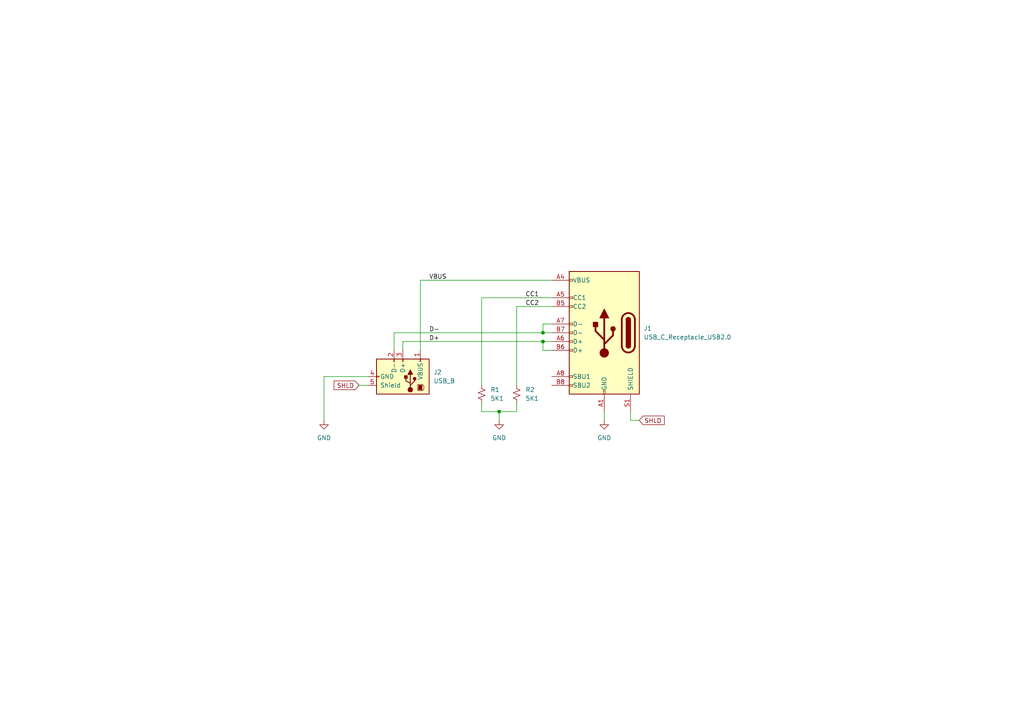
<source format=kicad_sch>
(kicad_sch (version 20211123) (generator eeschema)
  (paper "A4")
  (lib_symbols
    (symbol "Connector:USB_B" (pin_names (offset 1.016))
      (property "Reference" "J" (at -5.08 11.43 0))
      (property "Value" "USB_B" (at -5.08 8.89 0))
      (symbol "USB_B_0_1"
        (rectangle (start -5.08 -7.62) (end 5.08 7.62) (stroke (width 0.254)) (fill (type background)))
        (circle (center -3.81 2.159) (radius 0.635) (stroke (width 0.254)) (fill (type outline)))
        (rectangle (start -3.81 5.588) (end -2.54 4.572) (fill (type outline)))
        (circle (center -0.635 3.429) (radius 0.381) (stroke (width 0.254)) (fill (type outline)))
        (rectangle (start -0.127 -7.62) (end 0.127 -6.858))
        (polyline (pts (xy -1.905 2.159) (xy 0.635 2.159)) (stroke (width 0.254)))
        (polyline (pts (xy -3.175 2.159) (xy -2.54 2.159) (xy -1.27 3.429) (xy -0.635 3.429)) (stroke (width 0.254)))
        (polyline (pts (xy -2.54 2.159) (xy -1.905 2.159) (xy -1.27 0.889) (xy 0 0.889)) (stroke (width 0.254)))
        (polyline (pts (xy 0.635 2.794) (xy 0.635 1.524) (xy 1.905 2.159) (xy 0.635 2.794)) (stroke (width 0.254)) (fill (type outline)))
        (polyline (pts (xy -4.064 4.318) (xy -2.286 4.318) (xy -2.286 5.715) (xy -2.667 6.096) (xy -3.683 6.096) (xy -4.064 5.715) (xy -4.064 4.318)))
        (rectangle (start 0.254 1.27) (end -0.508 0.508) (stroke (width 0.254)) (fill (type outline)))
        (rectangle (start 5.08 -2.667) (end 4.318 -2.413))
        (rectangle (start 5.08 -0.127) (end 4.318 0.127))
        (rectangle (start 5.08 4.953) (end 4.318 5.207))
      )
      (symbol "USB_B_1_1"
        (pin power_out line (at 7.62 5.08 180) (length 2.54) (name "VBUS") (number "1"))
        (pin bidirectional line (at 7.62 -2.54 180) (length 2.54) (name "D-") (number "2"))
        (pin bidirectional line (at 7.62 0 180) (length 2.54) (name "D+") (number "3"))
        (pin power_out line (at 0 -10.16 90) (length 2.54) (name "GND") (number "4"))
        (pin passive line (at -2.54 -10.16 90) (length 2.54) (name "Shield") (number "5"))
      )
    )
    (symbol "Connector:USB_C_Receptacle_USB2.0" (pin_names (offset 1.016))
      (property "Reference" "J" (at -10.16 19.05 0))
      (property "Value" "USB_C_Receptacle_USB2.0" (at 19.05 19.05 0))
      (symbol "USB_C_Receptacle_USB2.0_0_0"
        (rectangle (start -0.254 -17.78) (end 0.254 -16.764))
        (rectangle (start 10.16 -14.986) (end 9.144 -15.494))
        (rectangle (start 10.16 -12.446) (end 9.144 -12.954))
        (rectangle (start 10.16 -4.826) (end 9.144 -5.334))
        (rectangle (start 10.16 -2.286) (end 9.144 -2.794))
        (rectangle (start 10.16 0.254) (end 9.144 -0.254))
        (rectangle (start 10.16 2.794) (end 9.144 2.286))
        (rectangle (start 10.16 7.874) (end 9.144 7.366))
        (rectangle (start 10.16 10.414) (end 9.144 9.906))
        (rectangle (start 10.16 15.494) (end 9.144 14.986))
      )
      (symbol "USB_C_Receptacle_USB2.0_0_1"
        (rectangle (start -10.16 17.78) (end 10.16 -17.78) (stroke (width 0.254)) (fill (type background)))
        (arc (start -8.89 -3.81) (mid -6.985 -5.715) (end -5.08 -3.81) (stroke (width 0.508)))
        (arc (start -7.62 -3.81) (mid -6.985 -4.445) (end -6.35 -3.81) (stroke (width 0.254)))
        (arc (start -7.62 -3.81) (mid -6.985 -4.445) (end -6.35 -3.81) (stroke (width 0.254)) (fill (type outline)))
        (rectangle (start -7.62 -3.81) (end -6.35 3.81) (stroke (width 0.254)) (fill (type outline)))
        (arc (start -6.35 3.81) (mid -6.985 4.445) (end -7.62 3.81) (stroke (width 0.254)))
        (arc (start -6.35 3.81) (mid -6.985 4.445) (end -7.62 3.81) (stroke (width 0.254)) (fill (type outline)))
        (arc (start -5.08 3.81) (mid -6.985 5.715) (end -8.89 3.81) (stroke (width 0.508)))
        (circle (center -2.54 1.143) (radius 0.635) (stroke (width 0.254)) (fill (type outline)))
        (circle (center 0 -5.842) (radius 1.27) (fill (type outline)))
        (polyline (pts (xy -8.89 -3.81) (xy -8.89 3.81)) (stroke (width 0.508)))
        (polyline (pts (xy -5.08 3.81) (xy -5.08 -3.81)) (stroke (width 0.508)))
        (polyline (pts (xy 0 -5.842) (xy 0 4.318)) (stroke (width 0.508)))
        (polyline (pts (xy 0 -3.302) (xy -2.54 -0.762) (xy -2.54 0.508)) (stroke (width 0.508)))
        (polyline (pts (xy 0 -2.032) (xy 2.54 0.508) (xy 2.54 1.778)) (stroke (width 0.508)))
        (polyline (pts (xy -1.27 4.318) (xy 0 6.858) (xy 1.27 4.318) (xy -1.27 4.318)) (stroke (width 0.254)) (fill (type outline)))
        (rectangle (start 1.905 1.778) (end 3.175 3.048) (stroke (width 0.254)) (fill (type outline)))
      )
      (symbol "USB_C_Receptacle_USB2.0_1_1"
        (pin passive line (at 0 -22.86 90) (length 5.08) (name "GND") (number "A1"))
        (pin passive line (at 0 -22.86 90) (length 5.08) hide (name "GND") (number "A12"))
        (pin passive line (at 15.24 15.24 180) (length 5.08) (name "VBUS") (number "A4"))
        (pin bidirectional line (at 15.24 10.16 180) (length 5.08) (name "CC1") (number "A5"))
        (pin bidirectional line (at 15.24 -2.54 180) (length 5.08) (name "D+") (number "A6"))
        (pin bidirectional line (at 15.24 2.54 180) (length 5.08) (name "D-") (number "A7"))
        (pin bidirectional line (at 15.24 -12.7 180) (length 5.08) (name "SBU1") (number "A8"))
        (pin passive line (at 15.24 15.24 180) (length 5.08) hide (name "VBUS") (number "A9"))
        (pin passive line (at 0 -22.86 90) (length 5.08) hide (name "GND") (number "B1"))
        (pin passive line (at 0 -22.86 90) (length 5.08) hide (name "GND") (number "B12"))
        (pin passive line (at 15.24 15.24 180) (length 5.08) hide (name "VBUS") (number "B4"))
        (pin bidirectional line (at 15.24 7.62 180) (length 5.08) (name "CC2") (number "B5"))
        (pin bidirectional line (at 15.24 -5.08 180) (length 5.08) (name "D+") (number "B6"))
        (pin bidirectional line (at 15.24 0 180) (length 5.08) (name "D-") (number "B7"))
        (pin bidirectional line (at 15.24 -15.24 180) (length 5.08) (name "SBU2") (number "B8"))
        (pin passive line (at 15.24 15.24 180) (length 5.08) hide (name "VBUS") (number "B9"))
        (pin passive line (at -7.62 -22.86 90) (length 5.08) (name "SHIELD") (number "S1"))
      )
    )
    (symbol "Device:R_Small_US" (pin_numbers hide) (pin_names (offset 0.254) hide)
      (property "Reference" "R" (at 0.762 0.508 0))
      (property "Value" "R_Small_US" (at 0.762 -1.016 0))
      (symbol "R_Small_US_1_1"
        (polyline (pts (xy 0 0) (xy 1.016 -0.381) (xy 0 -0.762) (xy -1.016 -1.143) (xy 0 -1.524)))
        (polyline (pts (xy 0 1.524) (xy 1.016 1.143) (xy 0 0.762) (xy -1.016 0.381) (xy 0 0)))
        (pin passive line (at 0 2.54 270) (length 1.016) (name "~") (number "1"))
        (pin passive line (at 0 -2.54 90) (length 1.016) (name "~") (number "2"))
      )
    )
    (symbol "power:GND" (power) (pin_names (offset 0))
      (property "Value" "GND" (at 0 -3.81 0))
      (symbol "GND_0_1"
        (polyline (pts (xy 0 0) (xy 0 -1.27) (xy 1.27 -1.27) (xy 0 -2.54) (xy -1.27 -1.27) (xy 0 -1.27)))
      )
      (symbol "GND_1_1"
        (pin power_in line (at 0 0 270) (length 0) hide (name "GND") (number "1"))
      )
    )
  )
  (junction (at 144.78 119.38))
  (junction (at 157.48 99.06))
  (junction (at 157.48 96.52))
  (wire (pts (xy 175.26 119.38) (xy 175.26 121.92)))
  (wire (pts (xy 106.68 109.22) (xy 93.98 109.22)))
  (wire (pts (xy 144.78 119.38) (xy 139.7 119.38)))
  (wire (pts (xy 157.48 99.06) (xy 160.02 99.06)))
  (wire (pts (xy 157.48 96.52) (xy 160.02 96.52)))
  (wire (pts (xy 160.02 93.98) (xy 157.48 93.98)))
  (wire (pts (xy 182.88 119.38) (xy 182.88 121.92)))
  (wire (pts (xy 139.7 86.36) (xy 160.02 86.36)))
  (wire (pts (xy 114.3 101.6) (xy 114.3 96.52)))
  (wire (pts (xy 149.86 116.84) (xy 149.86 119.38)))
  (wire (pts (xy 144.78 121.92) (xy 144.78 119.38)))
  (wire (pts (xy 182.88 121.92) (xy 185.42 121.92)))
  (wire (pts (xy 149.86 119.38) (xy 144.78 119.38)))
  (wire (pts (xy 121.92 81.28) (xy 160.02 81.28)))
  (wire (pts (xy 160.02 101.6) (xy 157.48 101.6)))
  (wire (pts (xy 157.48 93.98) (xy 157.48 96.52)))
  (wire (pts (xy 104.14 111.76) (xy 106.68 111.76)))
  (wire (pts (xy 149.86 88.9) (xy 149.86 111.76)))
  (wire (pts (xy 157.48 101.6) (xy 157.48 99.06)))
  (wire (pts (xy 139.7 116.84) (xy 139.7 119.38)))
  (wire (pts (xy 160.02 88.9) (xy 149.86 88.9)))
  (wire (pts (xy 116.84 101.6) (xy 116.84 99.06)))
  (wire (pts (xy 93.98 109.22) (xy 93.98 121.92)))
  (wire (pts (xy 114.3 96.52) (xy 157.48 96.52)))
  (wire (pts (xy 139.7 111.76) (xy 139.7 86.36)))
  (wire (pts (xy 121.92 81.28) (xy 121.92 101.6)))
  (wire (pts (xy 116.84 99.06) (xy 157.48 99.06)))
  (label "CC1" (at 152.4 86.36 0))
  (label "D-" (at 124.46 96.52 0))
  (label "VBUS" (at 124.46 81.28 0))
  (label "D+" (at 124.46 99.06 0))
  (label "CC2" (at 152.4 88.9 0))
  (global_label "SHLD" (shape input) (at 185.42 121.92 0) (property "Intersheet References" "${INTERSHEET_REFS}" (effects hide)))
  (global_label "SHLD" (shape input) (at 104.14 111.76 180) (property "Intersheet References" "${INTERSHEET_REFS}" (effects hide)))
  (symbol (lib_id "Connector:USB_C_Receptacle_USB2.0") (at 175.26 96.52 0) (mirror y) (unit 1)
    (property "Reference" "J1" (at 186.69 95.2499 0) (effects (justify right)))
    (property "Value" "USB_C_Receptacle_USB2.0" (at 186.69 97.7899 0) (effects (justify right)))
    (property "Footprint" "Connector_USB:USB_C_Receptacle_HRO_TYPE-C-31-M-12" (effects hide))
    (property "Datasheet" "https://www.usb.org/sites/default/files/documents/usb_type-c.zip" (effects hide))
  )
  (symbol (lib_id "power:GND") (at 144.78 121.92 0) (unit 1)
    (property "Reference" "#PWR02" (effects hide))
    (property "Value" "GND" (at 144.78 127 0))
  )
  (symbol (lib_id "power:GND") (at 175.26 121.92 0) (unit 1)
    (property "Reference" "#PWR03" (effects hide))
    (property "Value" "GND" (at 175.26 127 0))
  )
  (symbol (lib_id "Connector:USB_B") (at 116.84 109.22 270) (mirror x) (unit 1)
    (property "Reference" "J2" (at 125.73 107.9499 90) (effects (justify left)))
    (property "Value" "USB_B" (at 125.73 110.4899 90) (effects (justify left)))
    (property "Footprint" "Connector_USB:USB_B_OST_USB-B1HSxx_Horizontal" (effects hide))
    (property "Datasheet" " ~" (effects hide))
  )
  (symbol (lib_id "Device:R_Small_US") (at 139.7 114.3 0) (unit 1)
    (property "Reference" "R1" (at 142.24 113.0299 0) (effects (justify left)))
    (property "Value" "5K1" (at 142.24 115.5699 0) (effects (justify left)))
    (property "Footprint" "Resistor_SMD:R_0603_1608Metric" (effects hide))
  )
  (symbol (lib_id "Device:R_Small_US") (at 149.86 114.3 0) (unit 1)
    (property "Reference" "R2" (at 152.4 113.0299 0) (effects (justify left)))
    (property "Value" "5K1" (at 152.4 115.5699 0) (effects (justify left)))
    (property "Footprint" "Resistor_SMD:R_0603_1608Metric" (effects hide))
  )
  (symbol (lib_id "power:GND") (at 93.98 121.92 0) (unit 1)
    (property "Reference" "#PWR01" (effects hide))
    (property "Value" "GND" (at 93.98 127 0))
  )
)
</source>
